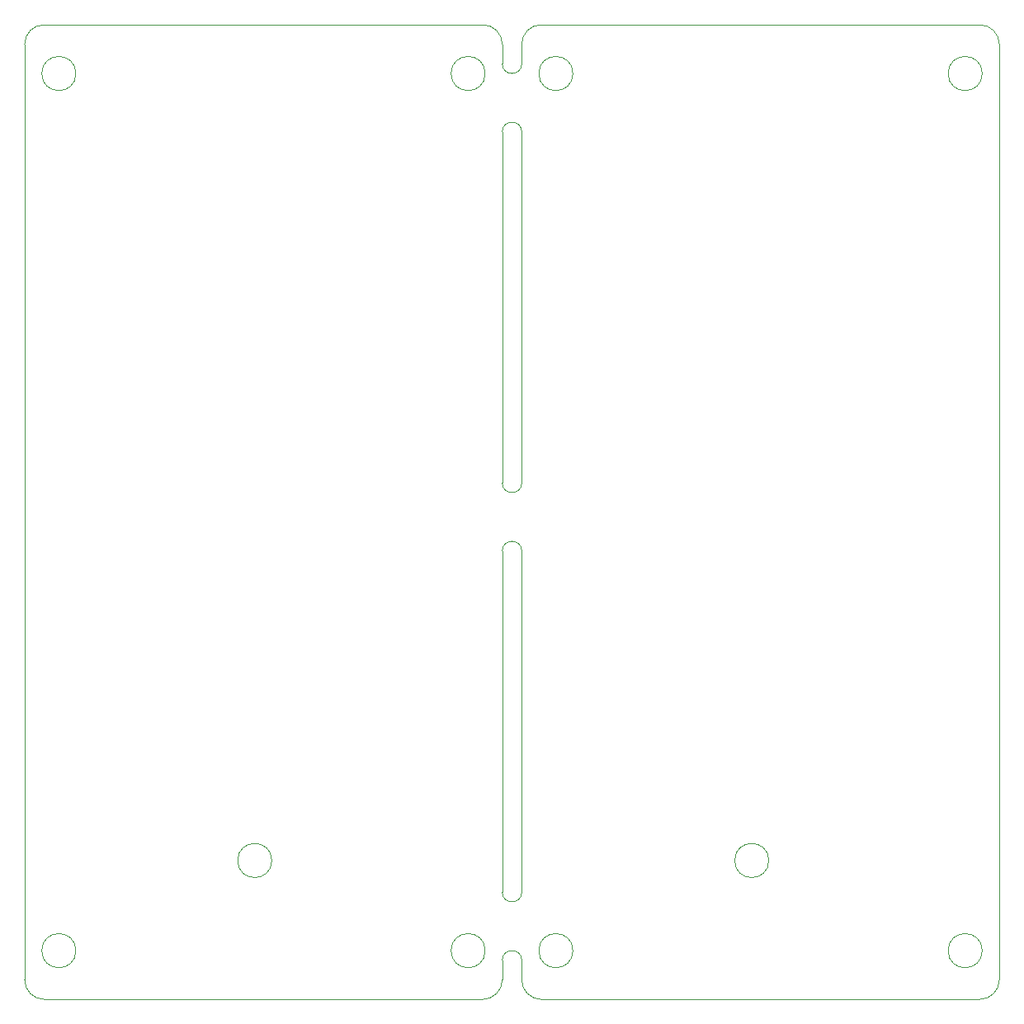
<source format=gm1>
G04 #@! TF.GenerationSoftware,KiCad,Pcbnew,(5.1.5)-3*
G04 #@! TF.CreationDate,2020-08-24T21:46:47+02:00*
G04 #@! TF.ProjectId,Panel-Snake_game,50616e65-6c2d-4536-9e61-6b655f67616d,v3.1*
G04 #@! TF.SameCoordinates,Original*
G04 #@! TF.FileFunction,Profile,NP*
%FSLAX46Y46*%
G04 Gerber Fmt 4.6, Leading zero omitted, Abs format (unit mm)*
G04 Created by KiCad (PCBNEW (5.1.5)-3) date 2020-08-24 21:46:47*
%MOMM*%
%LPD*%
G04 APERTURE LIST*
%ADD10C,0.050000*%
G04 APERTURE END LIST*
D10*
X171350000Y-124750000D02*
G75*
G03X171350000Y-124750000I-1750000J0D01*
G01*
X193250000Y-134000000D02*
G75*
G03X193250000Y-134000000I-1750000J0D01*
G01*
X151250000Y-134000000D02*
G75*
G03X151250000Y-134000000I-1750000J0D01*
G01*
X193250000Y-44000000D02*
G75*
G03X193250000Y-44000000I-1750000J0D01*
G01*
X151250000Y-44000000D02*
G75*
G03X151250000Y-44000000I-1750000J0D01*
G01*
X148000000Y-138995380D02*
G75*
G02X146000000Y-136995380I0J2000000D01*
G01*
X146000000Y-134995380D02*
X146000000Y-136995380D01*
X144000000Y-136995380D02*
X144000000Y-134995380D01*
X146000000Y-127995380D02*
X146000000Y-92995380D01*
X144000000Y-92995380D02*
X144000000Y-127995380D01*
X146000000Y-85995380D02*
X146000000Y-49995380D01*
X144000000Y-49995380D02*
X144000000Y-85995380D01*
X144000000Y-134995380D02*
G75*
G02X146000000Y-134995380I1000000J0D01*
G01*
X146000000Y-127995380D02*
G75*
G02X144000000Y-127995380I-1000000J0D01*
G01*
X144000000Y-92995380D02*
G75*
G02X146000000Y-92995380I1000000J0D01*
G01*
X146000000Y-85995380D02*
G75*
G02X144000000Y-85995380I-1000000J0D01*
G01*
X144000000Y-49995380D02*
G75*
G02X146000000Y-49995380I1000000J0D01*
G01*
X146000000Y-42995380D02*
G75*
G02X144000000Y-42995380I-1000000J0D01*
G01*
X146000000Y-40995380D02*
X146000000Y-42995380D01*
X144000000Y-40995380D02*
X144000000Y-42995380D01*
X193000000Y-38995380D02*
G75*
G02X195000000Y-40995380I0J-2000000D01*
G01*
X195000000Y-136995380D02*
G75*
G02X193000000Y-138995380I-2000000J0D01*
G01*
X193000000Y-138995380D02*
X148000000Y-138995380D01*
X195000000Y-40995380D02*
X195000000Y-136995380D01*
X146000000Y-40995380D02*
G75*
G02X148000000Y-38995380I2000000J0D01*
G01*
X148000000Y-38995380D02*
X193000000Y-39000000D01*
X142000000Y-38995380D02*
G75*
G02X144000000Y-40995380I0J-2000000D01*
G01*
X144000000Y-136995380D02*
G75*
G02X142000000Y-138995380I-2000000J0D01*
G01*
X96991629Y-138995380D02*
G75*
G02X94991629Y-136995380I0J2000000D01*
G01*
X94991629Y-40995380D02*
G75*
G02X96991629Y-38995380I2000000J0D01*
G01*
X142000000Y-139000000D02*
X96991629Y-138995380D01*
X96991629Y-38995380D02*
X142000000Y-38995380D01*
X94991629Y-136995380D02*
X94991629Y-40995380D01*
X120350000Y-124750000D02*
G75*
G03X120350000Y-124750000I-1750000J0D01*
G01*
X100250000Y-134000000D02*
G75*
G03X100250000Y-134000000I-1750000J0D01*
G01*
X142250000Y-134000000D02*
G75*
G03X142250000Y-134000000I-1750000J0D01*
G01*
X142250000Y-44000000D02*
G75*
G03X142250000Y-44000000I-1750000J0D01*
G01*
X100250000Y-44000000D02*
G75*
G03X100250000Y-44000000I-1750000J0D01*
G01*
M02*

</source>
